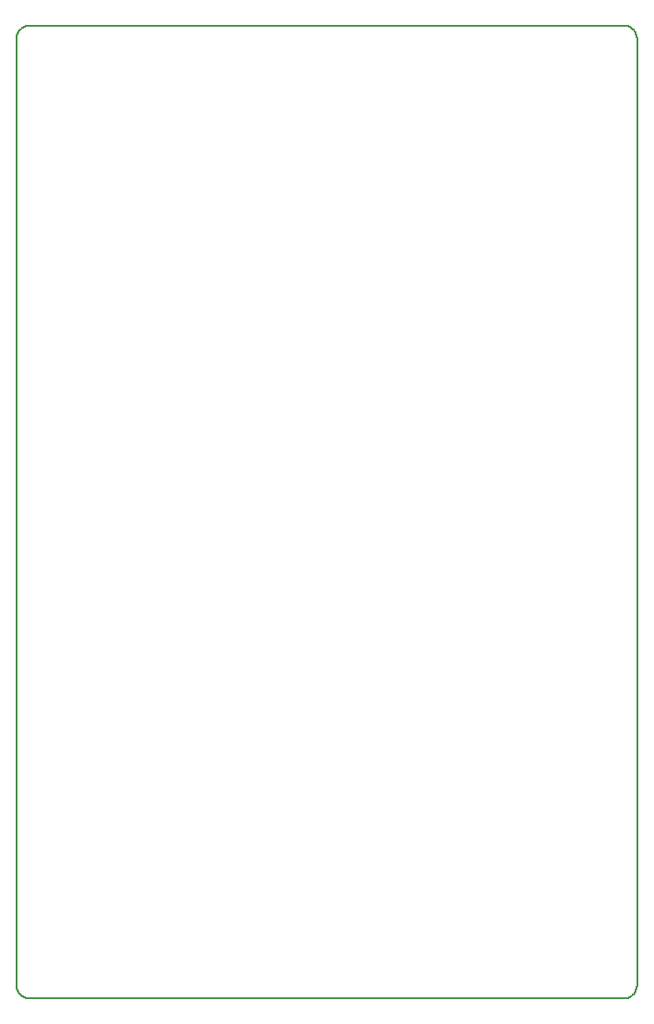
<source format=gm1>
G04*
G04 #@! TF.GenerationSoftware,Altium Limited,Altium Designer,22.4.2 (48)*
G04*
G04 Layer_Color=16711935*
%FSLAX44Y44*%
%MOMM*%
G71*
G04*
G04 #@! TF.SameCoordinates,3E136D79-123B-44AF-942A-25470D1848A4*
G04*
G04*
G04 #@! TF.FilePolarity,Positive*
G04*
G01*
G75*
%ADD13C,0.2000*%
D13*
X569500Y879750D02*
X569500Y11750D01*
X569199Y882420D02*
X569500Y879750D01*
X568312Y884957D02*
X569199Y882420D01*
X566882Y887232D02*
X568312Y884957D01*
X564982Y889132D02*
X566882Y887232D01*
X562707Y890562D02*
X564982Y889132D01*
X560170Y891449D02*
X562707Y890562D01*
X557500Y891750D02*
X560170Y891449D01*
X12000Y891750D02*
X557500D01*
X9330Y891449D02*
X12000Y891750D01*
X6793Y890562D02*
X9330Y891449D01*
X4518Y889132D02*
X6793Y890562D01*
X2618Y887232D02*
X4518Y889132D01*
X1188Y884957D02*
X2618Y887232D01*
X301Y882420D02*
X1188Y884957D01*
X0Y879750D02*
X301Y882420D01*
X-0Y879750D02*
X-0Y11750D01*
X301Y9080D01*
X1188Y6543D01*
X2618Y4268D01*
X4518Y2368D01*
X6793Y938D01*
X9330Y51D01*
X12000Y-250D01*
X557500D01*
X560170Y51D01*
X562707Y938D01*
X564982Y2368D01*
X566882Y4268D01*
X568312Y6543D01*
X569199Y9080D01*
X569500Y11750D01*
M02*

</source>
